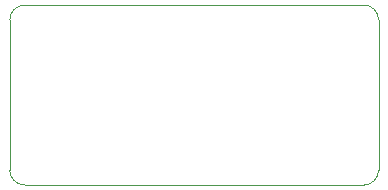
<source format=gm1>
G04 #@! TF.FileFunction,Profile,NP*
%FSLAX46Y46*%
G04 Gerber Fmt 4.6, Leading zero omitted, Abs format (unit mm)*
G04 Created by KiCad (PCBNEW 4.0.2+dfsg1-stable) date Sun 14 May 2017 07:44:14 PM MDT*
%MOMM*%
G01*
G04 APERTURE LIST*
%ADD10C,0.100000*%
%ADD11C,0.076200*%
G04 APERTURE END LIST*
D10*
D11*
X153670000Y-80010000D02*
G75*
G03X152400000Y-78740000I-1270000J0D01*
G01*
X152400000Y-93980000D02*
G75*
G03X153670000Y-92710000I0J1270000D01*
G01*
X122428000Y-92710000D02*
G75*
G03X123698000Y-93980000I1270000J0D01*
G01*
X123698000Y-78740000D02*
G75*
G03X122428000Y-80010000I0J-1270000D01*
G01*
X122428000Y-92710000D02*
X122428000Y-80010000D01*
X152400000Y-93980000D02*
X123698000Y-93980000D01*
X153670000Y-80010000D02*
X153670000Y-92710000D01*
X123698000Y-78740000D02*
X152400000Y-78740000D01*
M02*

</source>
